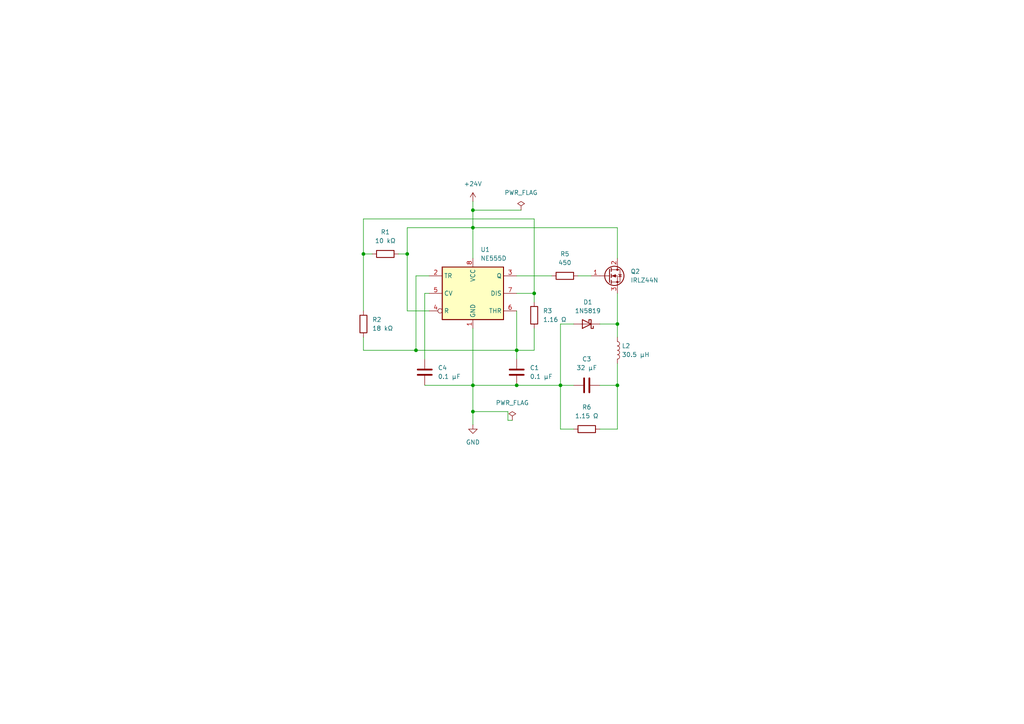
<source format=kicad_sch>
(kicad_sch (version 20231120) (generator "eeschema") (generator_version "8.0")
  (paper "A4")
  (lib_symbols
    (symbol "Device:C" (pin_numbers hide) (pin_names (offset 0.254))
      (property "Reference" "C" (at 0.635 2.54 0))
      (property "Value" "C" (at 0.635 -2.54 0))
      (symbol "C_0_1"
        (polyline (pts (xy -2.032 -0.762) (xy 2.032 -0.762)) (stroke (width 0.508)))
        (polyline (pts (xy -2.032 0.762) (xy 2.032 0.762)) (stroke (width 0.508)))
      )
      (symbol "C_1_1"
        (pin passive line (at 0 3.81 270) (length 2.794) (name "~") (number "1"))
        (pin passive line (at 0 -3.81 90) (length 2.794) (name "~") (number "2"))
      )
    )
    (symbol "Device:L" (pin_numbers hide) (pin_names (offset 1.016) hide)
      (property "Reference" "L" (at -1.27 0 90))
      (property "Value" "L" (at 1.905 0 90))
      (symbol "L_0_1"
        (arc (start 0 -2.54) (mid 0.6323 -1.905) (end 0 -1.27))
        (arc (start 0 -1.27) (mid 0.6323 -0.635) (end 0 0))
        (arc (start 0 0) (mid 0.6323 0.635) (end 0 1.27))
        (arc (start 0 1.27) (mid 0.6323 1.905) (end 0 2.54))
      )
      (symbol "L_1_1"
        (pin passive line (at 0 3.81 270) (length 1.27) (name "1") (number "1"))
        (pin passive line (at 0 -3.81 90) (length 1.27) (name "2") (number "2"))
      )
    )
    (symbol "Device:R" (pin_numbers hide) (pin_names (offset 0))
      (property "Reference" "R" (at 2.032 0 90))
      (property "Value" "R" (at 0 0 90))
      (symbol "R_0_1"
        (rectangle (start -1.016 -2.54) (end 1.016 2.54) (stroke (width 0.254)))
      )
      (symbol "R_1_1"
        (pin passive line (at 0 3.81 270) (length 1.27) (name "~") (number "1"))
        (pin passive line (at 0 -3.81 90) (length 1.27) (name "~") (number "2"))
      )
    )
    (symbol "Diode:1N5819" (pin_numbers hide) (pin_names (offset 1.016) hide)
      (property "Reference" "D" (at 0 2.54 0))
      (property "Value" "1N5819" (at 0 -2.54 0))
      (symbol "1N5819_0_1"
        (polyline (pts (xy 1.27 0) (xy -1.27 0)))
        (polyline (pts (xy 1.27 1.27) (xy 1.27 -1.27) (xy -1.27 0) (xy 1.27 1.27)) (stroke (width 0.254)))
        (polyline (pts (xy -1.905 0.635) (xy -1.905 1.27) (xy -1.27 1.27) (xy -1.27 -1.27) (xy -0.635 -1.27) (xy -0.635 -0.635)) (stroke (width 0.254)))
      )
      (symbol "1N5819_1_1"
        (pin passive line (at -3.81 0 0) (length 2.54) (name "K") (number "1"))
        (pin passive line (at 3.81 0 180) (length 2.54) (name "A") (number "2"))
      )
    )
    (symbol "Timer:NE555D"
      (property "Reference" "U" (at -10.16 8.89 0))
      (property "Value" "NE555D" (at 2.54 8.89 0))
      (symbol "NE555D_0_0"
        (pin power_in line (at 0 -10.16 90) (length 2.54) (name "GND") (number "1"))
        (pin power_in line (at 0 10.16 270) (length 2.54) (name "VCC") (number "8"))
      )
      (symbol "NE555D_0_1"
        (rectangle (start -8.89 -7.62) (end 8.89 7.62) (stroke (width 0.254)) (fill (type background)))
        (rectangle (start -8.89 -7.62) (end 8.89 7.62) (stroke (width 0.254)) (fill (type background)))
      )
      (symbol "NE555D_1_1"
        (pin input line (at -12.7 5.08 0) (length 3.81) (name "TR") (number "2"))
        (pin output line (at 12.7 5.08 180) (length 3.81) (name "Q") (number "3"))
        (pin input inverted (at -12.7 -5.08 0) (length 3.81) (name "R") (number "4"))
        (pin input line (at -12.7 0 0) (length 3.81) (name "CV") (number "5"))
        (pin input line (at 12.7 -5.08 180) (length 3.81) (name "THR") (number "6"))
        (pin input line (at 12.7 0 180) (length 3.81) (name "DIS") (number "7"))
      )
    )
    (symbol "Transistor_FET:IRLZ44N" (pin_names hide)
      (property "Reference" "Q" (at 5.08 1.905 0))
      (property "Value" "IRLZ44N" (at 5.08 0 0))
      (symbol "IRLZ44N_0_1"
        (polyline (pts (xy 0.254 0) (xy -2.54 0)))
        (polyline (pts (xy 0.254 1.905) (xy 0.254 -1.905)) (stroke (width 0.254)))
        (polyline (pts (xy 0.762 -1.27) (xy 0.762 -2.286)) (stroke (width 0.254)))
        (polyline (pts (xy 0.762 0.508) (xy 0.762 -0.508)) (stroke (width 0.254)))
        (polyline (pts (xy 0.762 2.286) (xy 0.762 1.27)) (stroke (width 0.254)))
        (polyline (pts (xy 2.54 2.54) (xy 2.54 1.778)))
        (polyline (pts (xy 2.54 -2.54) (xy 2.54 0) (xy 0.762 0)))
        (polyline (pts (xy 0.762 -1.778) (xy 3.302 -1.778) (xy 3.302 1.778) (xy 0.762 1.778)))
        (polyline (pts (xy 1.016 0) (xy 2.032 0.381) (xy 2.032 -0.381) (xy 1.016 0)) (fill (type outline)))
        (polyline (pts (xy 2.794 0.508) (xy 2.921 0.381) (xy 3.683 0.381) (xy 3.81 0.254)))
        (polyline (pts (xy 3.302 0.381) (xy 2.921 -0.254) (xy 3.683 -0.254) (xy 3.302 0.381)))
        (circle (center 1.651 0) (radius 2.794) (stroke (width 0.254)))
        (circle (center 2.54 -1.778) (radius 0.254) (fill (type outline)))
        (circle (center 2.54 1.778) (radius 0.254) (fill (type outline)))
      )
      (symbol "IRLZ44N_1_1"
        (pin input line (at -5.08 0 0) (length 2.54) (name "G") (number "1"))
        (pin passive line (at 2.54 5.08 270) (length 2.54) (name "D") (number "2"))
        (pin passive line (at 2.54 -5.08 90) (length 2.54) (name "S") (number "3"))
      )
    )
    (symbol "power:+24V" (power) (pin_numbers hide) (pin_names (offset 0) hide)
      (property "Value" "+24V" (at 0 3.556 0))
      (symbol "+24V_0_1"
        (polyline (pts (xy -0.762 1.27) (xy 0 2.54)))
        (polyline (pts (xy 0 0) (xy 0 2.54)))
        (polyline (pts (xy 0 2.54) (xy 0.762 1.27)))
      )
      (symbol "+24V_1_1"
        (pin power_in line (at 0 0 90) (length 0) (name "~") (number "1"))
      )
    )
    (symbol "power:GND" (power) (pin_numbers hide) (pin_names (offset 0) hide)
      (property "Value" "GND" (at 0 -3.81 0))
      (symbol "GND_0_1"
        (polyline (pts (xy 0 0) (xy 0 -1.27) (xy 1.27 -1.27) (xy 0 -2.54) (xy -1.27 -1.27) (xy 0 -1.27)))
      )
      (symbol "GND_1_1"
        (pin power_in line (at 0 0 270) (length 0) (name "~") (number "1"))
      )
    )
    (symbol "power:PWR_FLAG" (power) (pin_numbers hide) (pin_names (offset 0) hide)
      (property "Value" "PWR_FLAG" (at 0 3.81 0))
      (symbol "PWR_FLAG_0_0"
        (pin power_out line (at 0 0 90) (length 0) (name "~") (number "1"))
      )
      (symbol "PWR_FLAG_0_1"
        (polyline (pts (xy 0 0) (xy 0 1.27) (xy -1.016 1.905) (xy 0 2.54) (xy 1.016 1.905) (xy 0 1.27)))
      )
    )
  )
  (junction (at 137.16 119.38))
  (junction (at 179.07 93.98))
  (junction (at 118.11 73.66))
  (junction (at 137.16 60.96))
  (junction (at 154.94 85.09))
  (junction (at 162.56 111.76))
  (junction (at 137.16 66.04))
  (junction (at 179.07 111.76))
  (junction (at 149.86 111.76))
  (junction (at 120.65 101.6))
  (junction (at 105.41 73.66))
  (junction (at 149.86 101.6))
  (junction (at 137.16 111.76))
  (wire (pts (xy 162.56 111.76) (xy 149.86 111.76)))
  (wire (pts (xy 137.16 66.04) (xy 137.16 74.93)))
  (wire (pts (xy 179.07 111.76) (xy 179.07 124.46)))
  (wire (pts (xy 105.41 101.6) (xy 120.65 101.6)))
  (wire (pts (xy 124.46 90.17) (xy 118.11 90.17)))
  (wire (pts (xy 151.13 60.96) (xy 137.16 60.96)))
  (wire (pts (xy 148.59 121.92) (xy 147.32 121.92)))
  (wire (pts (xy 105.41 63.5) (xy 154.94 63.5)))
  (wire (pts (xy 149.86 80.01) (xy 160.02 80.01)))
  (wire (pts (xy 137.16 60.96) (xy 137.16 66.04)))
  (wire (pts (xy 162.56 111.76) (xy 166.37 111.76)))
  (wire (pts (xy 120.65 101.6) (xy 149.86 101.6)))
  (wire (pts (xy 137.16 111.76) (xy 137.16 119.38)))
  (wire (pts (xy 123.19 111.76) (xy 137.16 111.76)))
  (wire (pts (xy 137.16 95.25) (xy 137.16 111.76)))
  (wire (pts (xy 162.56 93.98) (xy 166.37 93.98)))
  (wire (pts (xy 173.99 93.98) (xy 179.07 93.98)))
  (wire (pts (xy 154.94 85.09) (xy 154.94 87.63)))
  (wire (pts (xy 123.19 85.09) (xy 124.46 85.09)))
  (wire (pts (xy 179.07 93.98) (xy 179.07 97.79)))
  (wire (pts (xy 162.56 93.98) (xy 162.56 111.76)))
  (wire (pts (xy 167.64 80.01) (xy 171.45 80.01)))
  (wire (pts (xy 149.86 101.6) (xy 149.86 104.14)))
  (wire (pts (xy 179.07 74.93) (xy 179.07 66.04)))
  (wire (pts (xy 120.65 80.01) (xy 124.46 80.01)))
  (wire (pts (xy 154.94 85.09) (xy 149.86 85.09)))
  (wire (pts (xy 179.07 66.04) (xy 137.16 66.04)))
  (wire (pts (xy 105.41 63.5) (xy 105.41 73.66)))
  (wire (pts (xy 173.99 111.76) (xy 179.07 111.76)))
  (wire (pts (xy 149.86 101.6) (xy 149.86 90.17)))
  (wire (pts (xy 120.65 80.01) (xy 120.65 101.6)))
  (wire (pts (xy 137.16 66.04) (xy 118.11 66.04)))
  (wire (pts (xy 118.11 73.66) (xy 118.11 90.17)))
  (wire (pts (xy 105.41 97.79) (xy 105.41 101.6)))
  (wire (pts (xy 154.94 101.6) (xy 149.86 101.6)))
  (wire (pts (xy 118.11 66.04) (xy 118.11 73.66)))
  (wire (pts (xy 166.37 124.46) (xy 162.56 124.46)))
  (wire (pts (xy 137.16 111.76) (xy 149.86 111.76)))
  (wire (pts (xy 154.94 63.5) (xy 154.94 85.09)))
  (wire (pts (xy 147.32 121.92) (xy 147.32 119.38)))
  (wire (pts (xy 147.32 119.38) (xy 137.16 119.38)))
  (wire (pts (xy 179.07 105.41) (xy 179.07 111.76)))
  (wire (pts (xy 137.16 119.38) (xy 137.16 123.19)))
  (wire (pts (xy 162.56 111.76) (xy 162.56 124.46)))
  (wire (pts (xy 115.57 73.66) (xy 118.11 73.66)))
  (wire (pts (xy 154.94 95.25) (xy 154.94 101.6)))
  (wire (pts (xy 105.41 73.66) (xy 107.95 73.66)))
  (wire (pts (xy 179.07 124.46) (xy 173.99 124.46)))
  (wire (pts (xy 179.07 85.09) (xy 179.07 93.98)))
  (wire (pts (xy 105.41 73.66) (xy 105.41 90.17)))
  (wire (pts (xy 123.19 104.14) (xy 123.19 85.09)))
  (wire (pts (xy 137.16 58.42) (xy 137.16 60.96)))
  (symbol (lib_id "power:GND") (at 137.16 123.19 0) (unit 1)
    (property "Reference" "#PWR01" (effects (hide yes)))
    (property "Value" "GND" (at 137.16 128.27 0))
    (property "Description" "Power symbol creates a global label with name \"GND\" , ground" (effects (hide yes)))
  )
  (symbol (lib_id "Device:R") (at 163.83 80.01 270) (unit 1)
    (property "Reference" "R5" (at 163.83 73.66 90))
    (property "Value" "450" (at 163.83 76.2 90))
    (property "Footprint" "Resistor_SMD:R_1206_3216Metric_Pad1.30x1.75mm_HandSolder" (effects (hide yes)))
    (property "Description" "Resistor" (effects (hide yes)))
  )
  (symbol (lib_id "Device:C") (at 149.86 107.95 0) (unit 1)
    (property "Reference" "C1" (at 153.67 106.6799 0) (effects (justify left)))
    (property "Value" "0.1 μF" (at 153.67 109.2199 0) (effects (justify left)))
    (property "Footprint" "Capacitor_THT:CP_Radial_D5.0mm_P2.50mm" (effects (hide yes)))
    (property "Description" "Unpolarized capacitor" (effects (hide yes)))
  )
  (symbol (lib_id "Transistor_FET:IRLZ44N") (at 176.53 80.01 0) (unit 1)
    (property "Reference" "Q2" (at 182.88 78.7399 0) (effects (justify left)))
    (property "Value" "IRLZ44N" (at 182.88 81.2799 0) (effects (justify left)))
    (property "Footprint" "Package_TO_SOT_THT:TO-220-3_Vertical" (effects (hide yes)))
    (property "Datasheet" "http://www.irf.com/product-info/datasheets/data/irlz44n.pdf" (effects (hide yes)))
    (property "Description" "47A Id, 55V Vds, 22mOhm Rds Single N-Channel HEXFET Power MOSFET, TO-220AB" (effects (hide yes)))
  )
  (symbol (lib_id "Device:R") (at 170.18 124.46 270) (unit 1)
    (property "Reference" "R6" (at 170.18 118.11 90))
    (property "Value" "1.15 Ω" (at 170.18 120.65 90))
    (property "Footprint" "Resistor_SMD:R_1206_3216Metric_Pad1.30x1.75mm_HandSolder" (effects (hide yes)))
    (property "Description" "Resistor" (effects (hide yes)))
  )
  (symbol (lib_id "Diode:1N5819") (at 170.18 93.98 180) (unit 1)
    (property "Reference" "D1" (at 170.4975 87.63 0))
    (property "Value" "1N5819" (at 170.4975 90.17 0))
    (property "Footprint" "Diode_THT:D_DO-41_SOD81_P10.16mm_Horizontal" (effects (hide yes)))
    (property "Datasheet" "http://www.vishay.com/docs/88525/1n5817.pdf" (effects (hide yes)))
    (property "Description" "40V 1A Schottky Barrier Rectifier Diode, DO-41" (effects (hide yes)))
  )
  (symbol (lib_id "power:+24V") (at 137.16 58.42 0) (unit 1)
    (property "Reference" "#PWR02" (effects (hide yes)))
    (property "Value" "+24V" (at 137.16 53.34 0))
    (property "Description" "Power symbol creates a global label with name \"+24V\"" (effects (hide yes)))
  )
  (symbol (lib_id "Device:C") (at 170.18 111.76 270) (unit 1)
    (property "Reference" "C3" (at 170.18 104.14 90))
    (property "Value" "32 μF" (at 170.18 106.68 90))
    (property "Footprint" "Capacitor_THT:CP_Radial_D5.0mm_P2.50mm" (effects (hide yes)))
    (property "Description" "Unpolarized capacitor" (effects (hide yes)))
  )
  (symbol (lib_id "Timer:NE555D") (at 137.16 85.09 0) (unit 1)
    (property "Reference" "U1" (at 139.3541 72.39 0) (effects (justify left)))
    (property "Value" "NE555D" (at 139.3541 74.93 0) (effects (justify left)))
    (property "Footprint" "Package_SO:SOIC-8_3.9x4.9mm_P1.27mm" (effects (hide yes)))
    (property "Datasheet" "http://www.ti.com/lit/ds/symlink/ne555.pdf" (effects (hide yes)))
    (property "Description" "Precision Timers, 555 compatible, SOIC-8" (effects (hide yes)))
  )
  (symbol (lib_id "power:PWR_FLAG") (at 148.59 121.92 0) (unit 1)
    (property "Reference" "#FLG01" (effects (hide yes)))
    (property "Value" "PWR_FLAG" (at 148.59 116.84 0))
    (property "Description" "Special symbol for telling ERC where power comes from" (effects (hide yes)))
  )
  (symbol (lib_id "Device:C") (at 123.19 107.95 0) (unit 1)
    (property "Reference" "C4" (at 127 106.6799 0) (effects (justify left)))
    (property "Value" "0.1 μF" (at 127 109.2199 0) (effects (justify left)))
    (property "Footprint" "Capacitor_THT:CP_Radial_D5.0mm_P2.50mm" (effects (hide yes)))
    (property "Description" "Unpolarized capacitor" (effects (hide yes)))
  )
  (symbol (lib_id "Device:L") (at 179.07 101.6 0) (unit 1)
    (property "Reference" "L2" (at 180.34 100.3299 0) (effects (justify left)))
    (property "Value" "30.5 μH" (at 180.34 102.8699 0) (effects (justify left)))
    (property "Footprint" "Inductor_THT:L_Axial_L9.5mm_D4.0mm_P15.24mm_Horizontal_Fastron_SMCC" (effects (hide yes)))
    (property "Description" "Inductor" (effects (hide yes)))
  )
  (symbol (lib_id "Device:R") (at 154.94 91.44 0) (unit 1)
    (property "Reference" "R3" (at 157.48 90.1699 0) (effects (justify left)))
    (property "Value" "1.16 Ω" (at 157.48 92.7099 0) (effects (justify left)))
    (property "Footprint" "Resistor_SMD:R_1206_3216Metric_Pad1.30x1.75mm_HandSolder" (effects (hide yes)))
    (property "Description" "Resistor" (effects (hide yes)))
  )
  (symbol (lib_id "Device:R") (at 105.41 93.98 0) (unit 1)
    (property "Reference" "R2" (at 107.95 92.7099 0) (effects (justify left)))
    (property "Value" "18 kΩ" (at 107.95 95.2499 0) (effects (justify left)))
    (property "Footprint" "Resistor_SMD:R_1206_3216Metric_Pad1.30x1.75mm_HandSolder" (effects (hide yes)))
    (property "Description" "Resistor" (effects (hide yes)))
  )
  (symbol (lib_id "power:PWR_FLAG") (at 151.13 60.96 0) (unit 1)
    (property "Reference" "#FLG02" (effects (hide yes)))
    (property "Value" "PWR_FLAG" (at 151.13 55.88 0))
    (property "Description" "Special symbol for telling ERC where power comes from" (effects (hide yes)))
  )
  (symbol (lib_id "Device:R") (at 111.76 73.66 270) (unit 1)
    (property "Reference" "R1" (at 111.76 67.31 90))
    (property "Value" "10 kΩ" (at 111.76 69.85 90))
    (property "Footprint" "Resistor_SMD:R_1206_3216Metric_Pad1.30x1.75mm_HandSolder" (effects (hide yes)))
    (property "Description" "Resistor" (effects (hide yes)))
  )
)
</source>
